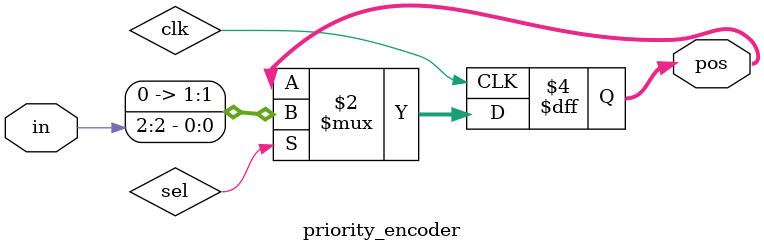
<source format=v>
module priority_encoder( 
input [2:0] in,
output reg [1:0] pos ); 
// When sel=1, assign b to out
always @(posedge clk)
  if (sel)
    pos <= in[2];
endmodule

</source>
